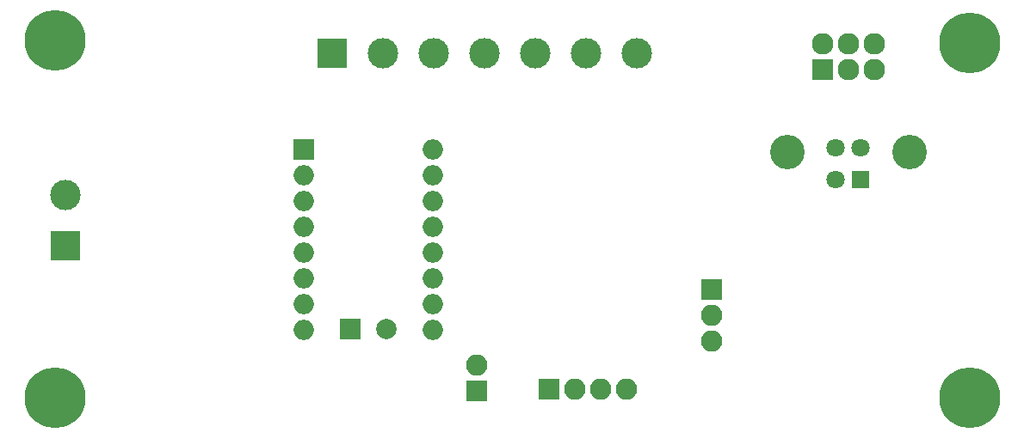
<source format=gbr>
G04 #@! TF.GenerationSoftware,KiCad,Pcbnew,(5.0.0-rc2-dev-647-g0f5eb421b)*
G04 #@! TF.CreationDate,2018-05-07T01:31:26+02:00*
G04 #@! TF.ProjectId,monochromator,6D6F6E6F6368726F6D61746F722E6B69,rev?*
G04 #@! TF.SameCoordinates,Original*
G04 #@! TF.FileFunction,Soldermask,Bot*
G04 #@! TF.FilePolarity,Negative*
%FSLAX46Y46*%
G04 Gerber Fmt 4.6, Leading zero omitted, Abs format (unit mm)*
G04 Created by KiCad (PCBNEW (5.0.0-rc2-dev-647-g0f5eb421b)) date 05/07/18 01:31:26*
%MOMM*%
%LPD*%
G01*
G04 APERTURE LIST*
%ADD10R,2.100000X2.100000*%
%ADD11O,2.100000X2.100000*%
%ADD12C,3.400000*%
%ADD13C,1.800000*%
%ADD14R,1.800000X1.800000*%
%ADD15R,2.127200X2.127200*%
%ADD16O,2.127200X2.127200*%
%ADD17R,2.000000X2.000000*%
%ADD18O,2.000000X2.000000*%
%ADD19C,2.000000*%
%ADD20R,3.000000X3.000000*%
%ADD21C,3.000000*%
%ADD22C,6.000000*%
G04 APERTURE END LIST*
D10*
X153600000Y-99100000D03*
D11*
X156140000Y-99100000D03*
X158680000Y-99100000D03*
X161220000Y-99100000D03*
D12*
X189070000Y-75790000D03*
D13*
X184300000Y-75300000D03*
X181800000Y-75300000D03*
D14*
X184300000Y-78500000D03*
D12*
X177030000Y-75790000D03*
D13*
X181800000Y-78500000D03*
D10*
X169600000Y-89300000D03*
D11*
X169600000Y-91840000D03*
X169600000Y-94380000D03*
D15*
X180500000Y-67600000D03*
D16*
X180500000Y-65060000D03*
X183040000Y-67600000D03*
X183040000Y-65060000D03*
X185580000Y-67600000D03*
X185580000Y-65060000D03*
D17*
X129500000Y-75500000D03*
D18*
X142200000Y-93280000D03*
X129500000Y-78040000D03*
X142200000Y-90740000D03*
X129500000Y-80580000D03*
X142200000Y-88200000D03*
X129500000Y-83120000D03*
X142200000Y-85660000D03*
X129500000Y-85660000D03*
X142200000Y-83120000D03*
X129500000Y-88200000D03*
X142200000Y-80580000D03*
X129500000Y-90740000D03*
X142200000Y-78040000D03*
X129500000Y-93280000D03*
X142200000Y-75500000D03*
D10*
X146500000Y-99250000D03*
D11*
X146500000Y-96710000D03*
D17*
X134100000Y-93200000D03*
D19*
X137600000Y-93200000D03*
D20*
X106000000Y-85000000D03*
D21*
X106000000Y-80000000D03*
D20*
X132250000Y-66000000D03*
D21*
X137250000Y-66000000D03*
X142250000Y-66000000D03*
X147250000Y-66000000D03*
X152250000Y-66000000D03*
X157250000Y-66000000D03*
X162250000Y-66000000D03*
D22*
X105000000Y-100000000D03*
X105000000Y-64770000D03*
X195000000Y-100000000D03*
X195000000Y-65000000D03*
M02*

</source>
